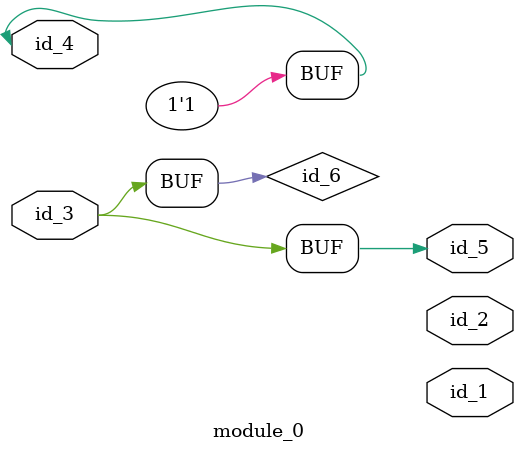
<source format=v>
module module_0 (
    id_1,
    id_2,
    id_3,
    id_4,
    id_5
);
  output id_5;
  inout id_4;
  input id_3;
  output id_2;
  output id_1;
  assign id_4 = 1;
  always begin
    if (1) begin
      id_5 <= id_3;
    end
  end
  reg id_5;
  reg id_6;
  assign id_4 = 1;
  assign id_5 = id_6;
endmodule
`timescale 1ps / 1ps

</source>
